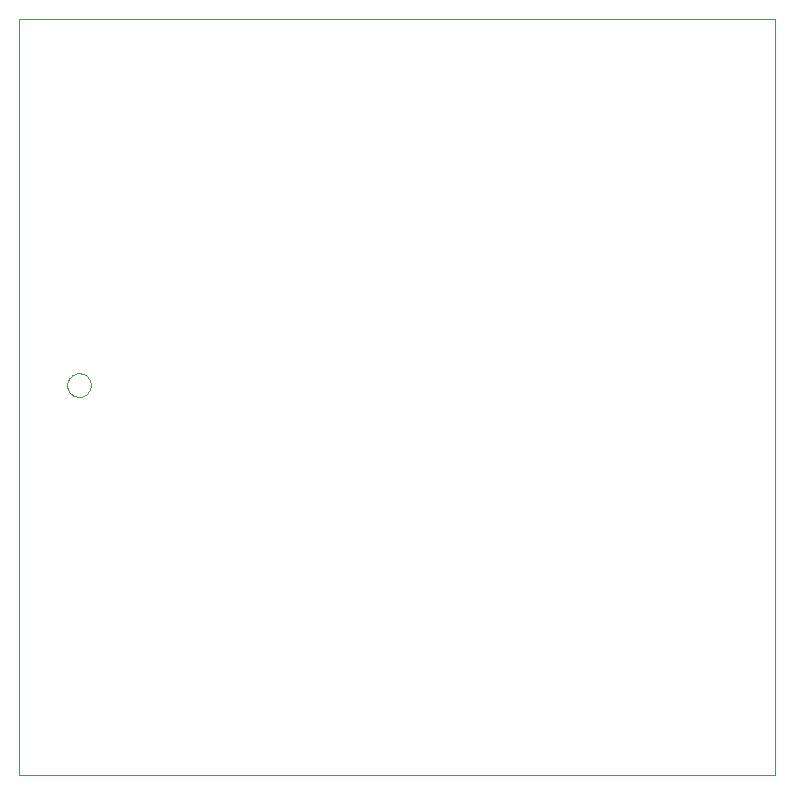
<source format=gbp>
G75*
G70*
%OFA0B0*%
%FSLAX24Y24*%
%IPPOS*%
%LPD*%
%AMOC8*
5,1,8,0,0,1.08239X$1,22.5*
%
%ADD10C,0.0000*%
D10*
X000101Y000101D02*
X000101Y025298D01*
X025298Y025298D01*
X025298Y000101D01*
X000101Y000101D01*
X001707Y013101D02*
X001709Y013140D01*
X001715Y013179D01*
X001725Y013217D01*
X001738Y013254D01*
X001755Y013289D01*
X001775Y013323D01*
X001799Y013354D01*
X001826Y013383D01*
X001855Y013409D01*
X001887Y013432D01*
X001921Y013452D01*
X001957Y013468D01*
X001994Y013480D01*
X002033Y013489D01*
X002072Y013494D01*
X002111Y013495D01*
X002150Y013492D01*
X002189Y013485D01*
X002226Y013474D01*
X002263Y013460D01*
X002298Y013442D01*
X002331Y013421D01*
X002362Y013396D01*
X002390Y013369D01*
X002415Y013339D01*
X002437Y013306D01*
X002456Y013272D01*
X002471Y013236D01*
X002483Y013198D01*
X002491Y013160D01*
X002495Y013121D01*
X002495Y013081D01*
X002491Y013042D01*
X002483Y013004D01*
X002471Y012966D01*
X002456Y012930D01*
X002437Y012896D01*
X002415Y012863D01*
X002390Y012833D01*
X002362Y012806D01*
X002331Y012781D01*
X002298Y012760D01*
X002263Y012742D01*
X002226Y012728D01*
X002189Y012717D01*
X002150Y012710D01*
X002111Y012707D01*
X002072Y012708D01*
X002033Y012713D01*
X001994Y012722D01*
X001957Y012734D01*
X001921Y012750D01*
X001887Y012770D01*
X001855Y012793D01*
X001826Y012819D01*
X001799Y012848D01*
X001775Y012879D01*
X001755Y012913D01*
X001738Y012948D01*
X001725Y012985D01*
X001715Y013023D01*
X001709Y013062D01*
X001707Y013101D01*
M02*

</source>
